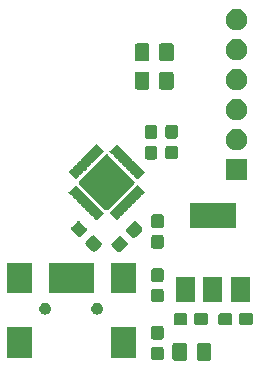
<source format=gbr>
G04 #@! TF.GenerationSoftware,KiCad,Pcbnew,5.1.5*
G04 #@! TF.CreationDate,2020-02-06T17:38:06+01:00*
G04 #@! TF.ProjectId,lichtenprog,6c696368-7465-46e7-9072-6f672e6b6963,rev?*
G04 #@! TF.SameCoordinates,Original*
G04 #@! TF.FileFunction,Soldermask,Top*
G04 #@! TF.FilePolarity,Negative*
%FSLAX46Y46*%
G04 Gerber Fmt 4.6, Leading zero omitted, Abs format (unit mm)*
G04 Created by KiCad (PCBNEW 5.1.5) date 2020-02-06 17:38:06*
%MOMM*%
%LPD*%
G04 APERTURE LIST*
%ADD10C,0.100000*%
G04 APERTURE END LIST*
D10*
G36*
X86713674Y-77003465D02*
G01*
X86751367Y-77014899D01*
X86786103Y-77033466D01*
X86816548Y-77058452D01*
X86841534Y-77088897D01*
X86860101Y-77123633D01*
X86871535Y-77161326D01*
X86876000Y-77206661D01*
X86876000Y-78293339D01*
X86871535Y-78338674D01*
X86860101Y-78376367D01*
X86841534Y-78411103D01*
X86816548Y-78441548D01*
X86786103Y-78466534D01*
X86751367Y-78485101D01*
X86713674Y-78496535D01*
X86668339Y-78501000D01*
X85831661Y-78501000D01*
X85786326Y-78496535D01*
X85748633Y-78485101D01*
X85713897Y-78466534D01*
X85683452Y-78441548D01*
X85658466Y-78411103D01*
X85639899Y-78376367D01*
X85628465Y-78338674D01*
X85624000Y-78293339D01*
X85624000Y-77206661D01*
X85628465Y-77161326D01*
X85639899Y-77123633D01*
X85658466Y-77088897D01*
X85683452Y-77058452D01*
X85713897Y-77033466D01*
X85748633Y-77014899D01*
X85786326Y-77003465D01*
X85831661Y-76999000D01*
X86668339Y-76999000D01*
X86713674Y-77003465D01*
G37*
G36*
X84663674Y-77003465D02*
G01*
X84701367Y-77014899D01*
X84736103Y-77033466D01*
X84766548Y-77058452D01*
X84791534Y-77088897D01*
X84810101Y-77123633D01*
X84821535Y-77161326D01*
X84826000Y-77206661D01*
X84826000Y-78293339D01*
X84821535Y-78338674D01*
X84810101Y-78376367D01*
X84791534Y-78411103D01*
X84766548Y-78441548D01*
X84736103Y-78466534D01*
X84701367Y-78485101D01*
X84663674Y-78496535D01*
X84618339Y-78501000D01*
X83781661Y-78501000D01*
X83736326Y-78496535D01*
X83698633Y-78485101D01*
X83663897Y-78466534D01*
X83633452Y-78441548D01*
X83608466Y-78411103D01*
X83589899Y-78376367D01*
X83578465Y-78338674D01*
X83574000Y-78293339D01*
X83574000Y-77206661D01*
X83578465Y-77161326D01*
X83589899Y-77123633D01*
X83608466Y-77088897D01*
X83633452Y-77058452D01*
X83663897Y-77033466D01*
X83698633Y-77014899D01*
X83736326Y-77003465D01*
X83781661Y-76999000D01*
X84618339Y-76999000D01*
X84663674Y-77003465D01*
G37*
G36*
X82664499Y-77328445D02*
G01*
X82701995Y-77339820D01*
X82736554Y-77358292D01*
X82766847Y-77383153D01*
X82791708Y-77413446D01*
X82810180Y-77448005D01*
X82821555Y-77485501D01*
X82826000Y-77530638D01*
X82826000Y-78269362D01*
X82821555Y-78314499D01*
X82810180Y-78351995D01*
X82791708Y-78386554D01*
X82766847Y-78416847D01*
X82736554Y-78441708D01*
X82701995Y-78460180D01*
X82664499Y-78471555D01*
X82619362Y-78476000D01*
X81980638Y-78476000D01*
X81935501Y-78471555D01*
X81898005Y-78460180D01*
X81863446Y-78441708D01*
X81833153Y-78416847D01*
X81808292Y-78386554D01*
X81789820Y-78351995D01*
X81778445Y-78314499D01*
X81774000Y-78269362D01*
X81774000Y-77530638D01*
X81778445Y-77485501D01*
X81789820Y-77448005D01*
X81808292Y-77413446D01*
X81833153Y-77383153D01*
X81863446Y-77358292D01*
X81898005Y-77339820D01*
X81935501Y-77328445D01*
X81980638Y-77324000D01*
X82619362Y-77324000D01*
X82664499Y-77328445D01*
G37*
G36*
X80451000Y-78301000D02*
G01*
X78349000Y-78301000D01*
X78349000Y-75699000D01*
X80451000Y-75699000D01*
X80451000Y-78301000D01*
G37*
G36*
X71651000Y-78301000D02*
G01*
X69549000Y-78301000D01*
X69549000Y-75699000D01*
X71651000Y-75699000D01*
X71651000Y-78301000D01*
G37*
G36*
X82664499Y-75578445D02*
G01*
X82701995Y-75589820D01*
X82736554Y-75608292D01*
X82766847Y-75633153D01*
X82791708Y-75663446D01*
X82810180Y-75698005D01*
X82821555Y-75735501D01*
X82826000Y-75780638D01*
X82826000Y-76519362D01*
X82821555Y-76564499D01*
X82810180Y-76601995D01*
X82791708Y-76636554D01*
X82766847Y-76666847D01*
X82736554Y-76691708D01*
X82701995Y-76710180D01*
X82664499Y-76721555D01*
X82619362Y-76726000D01*
X81980638Y-76726000D01*
X81935501Y-76721555D01*
X81898005Y-76710180D01*
X81863446Y-76691708D01*
X81833153Y-76666847D01*
X81808292Y-76636554D01*
X81789820Y-76601995D01*
X81778445Y-76564499D01*
X81774000Y-76519362D01*
X81774000Y-75780638D01*
X81778445Y-75735501D01*
X81789820Y-75698005D01*
X81808292Y-75663446D01*
X81833153Y-75633153D01*
X81863446Y-75608292D01*
X81898005Y-75589820D01*
X81935501Y-75578445D01*
X81980638Y-75574000D01*
X82619362Y-75574000D01*
X82664499Y-75578445D01*
G37*
G36*
X90214499Y-74478445D02*
G01*
X90251995Y-74489820D01*
X90286554Y-74508292D01*
X90316847Y-74533153D01*
X90341708Y-74563446D01*
X90360180Y-74598005D01*
X90371555Y-74635501D01*
X90376000Y-74680638D01*
X90376000Y-75319362D01*
X90371555Y-75364499D01*
X90360180Y-75401995D01*
X90341708Y-75436554D01*
X90316847Y-75466847D01*
X90286554Y-75491708D01*
X90251995Y-75510180D01*
X90214499Y-75521555D01*
X90169362Y-75526000D01*
X89430638Y-75526000D01*
X89385501Y-75521555D01*
X89348005Y-75510180D01*
X89313446Y-75491708D01*
X89283153Y-75466847D01*
X89258292Y-75436554D01*
X89239820Y-75401995D01*
X89228445Y-75364499D01*
X89224000Y-75319362D01*
X89224000Y-74680638D01*
X89228445Y-74635501D01*
X89239820Y-74598005D01*
X89258292Y-74563446D01*
X89283153Y-74533153D01*
X89313446Y-74508292D01*
X89348005Y-74489820D01*
X89385501Y-74478445D01*
X89430638Y-74474000D01*
X90169362Y-74474000D01*
X90214499Y-74478445D01*
G37*
G36*
X88464499Y-74478445D02*
G01*
X88501995Y-74489820D01*
X88536554Y-74508292D01*
X88566847Y-74533153D01*
X88591708Y-74563446D01*
X88610180Y-74598005D01*
X88621555Y-74635501D01*
X88626000Y-74680638D01*
X88626000Y-75319362D01*
X88621555Y-75364499D01*
X88610180Y-75401995D01*
X88591708Y-75436554D01*
X88566847Y-75466847D01*
X88536554Y-75491708D01*
X88501995Y-75510180D01*
X88464499Y-75521555D01*
X88419362Y-75526000D01*
X87680638Y-75526000D01*
X87635501Y-75521555D01*
X87598005Y-75510180D01*
X87563446Y-75491708D01*
X87533153Y-75466847D01*
X87508292Y-75436554D01*
X87489820Y-75401995D01*
X87478445Y-75364499D01*
X87474000Y-75319362D01*
X87474000Y-74680638D01*
X87478445Y-74635501D01*
X87489820Y-74598005D01*
X87508292Y-74563446D01*
X87533153Y-74533153D01*
X87563446Y-74508292D01*
X87598005Y-74489820D01*
X87635501Y-74478445D01*
X87680638Y-74474000D01*
X88419362Y-74474000D01*
X88464499Y-74478445D01*
G37*
G36*
X86414499Y-74478445D02*
G01*
X86451995Y-74489820D01*
X86486554Y-74508292D01*
X86516847Y-74533153D01*
X86541708Y-74563446D01*
X86560180Y-74598005D01*
X86571555Y-74635501D01*
X86576000Y-74680638D01*
X86576000Y-75319362D01*
X86571555Y-75364499D01*
X86560180Y-75401995D01*
X86541708Y-75436554D01*
X86516847Y-75466847D01*
X86486554Y-75491708D01*
X86451995Y-75510180D01*
X86414499Y-75521555D01*
X86369362Y-75526000D01*
X85630638Y-75526000D01*
X85585501Y-75521555D01*
X85548005Y-75510180D01*
X85513446Y-75491708D01*
X85483153Y-75466847D01*
X85458292Y-75436554D01*
X85439820Y-75401995D01*
X85428445Y-75364499D01*
X85424000Y-75319362D01*
X85424000Y-74680638D01*
X85428445Y-74635501D01*
X85439820Y-74598005D01*
X85458292Y-74563446D01*
X85483153Y-74533153D01*
X85513446Y-74508292D01*
X85548005Y-74489820D01*
X85585501Y-74478445D01*
X85630638Y-74474000D01*
X86369362Y-74474000D01*
X86414499Y-74478445D01*
G37*
G36*
X84664499Y-74478445D02*
G01*
X84701995Y-74489820D01*
X84736554Y-74508292D01*
X84766847Y-74533153D01*
X84791708Y-74563446D01*
X84810180Y-74598005D01*
X84821555Y-74635501D01*
X84826000Y-74680638D01*
X84826000Y-75319362D01*
X84821555Y-75364499D01*
X84810180Y-75401995D01*
X84791708Y-75436554D01*
X84766847Y-75466847D01*
X84736554Y-75491708D01*
X84701995Y-75510180D01*
X84664499Y-75521555D01*
X84619362Y-75526000D01*
X83880638Y-75526000D01*
X83835501Y-75521555D01*
X83798005Y-75510180D01*
X83763446Y-75491708D01*
X83733153Y-75466847D01*
X83708292Y-75436554D01*
X83689820Y-75401995D01*
X83678445Y-75364499D01*
X83674000Y-75319362D01*
X83674000Y-74680638D01*
X83678445Y-74635501D01*
X83689820Y-74598005D01*
X83708292Y-74563446D01*
X83733153Y-74533153D01*
X83763446Y-74508292D01*
X83798005Y-74489820D01*
X83835501Y-74478445D01*
X83880638Y-74474000D01*
X84619362Y-74474000D01*
X84664499Y-74478445D01*
G37*
G36*
X77297740Y-73608627D02*
G01*
X77346136Y-73618253D01*
X77383902Y-73633896D01*
X77437311Y-73656019D01*
X77437312Y-73656020D01*
X77519369Y-73710848D01*
X77589152Y-73780631D01*
X77589153Y-73780633D01*
X77643981Y-73862689D01*
X77681747Y-73953865D01*
X77701000Y-74050655D01*
X77701000Y-74149345D01*
X77681747Y-74246135D01*
X77643981Y-74337311D01*
X77643980Y-74337312D01*
X77589152Y-74419369D01*
X77519369Y-74489152D01*
X77478062Y-74516752D01*
X77437311Y-74543981D01*
X77390318Y-74563446D01*
X77346136Y-74581747D01*
X77300196Y-74590885D01*
X77249345Y-74601000D01*
X77150655Y-74601000D01*
X77099804Y-74590885D01*
X77053864Y-74581747D01*
X77009682Y-74563446D01*
X76962689Y-74543981D01*
X76921938Y-74516752D01*
X76880631Y-74489152D01*
X76810848Y-74419369D01*
X76756020Y-74337312D01*
X76756019Y-74337311D01*
X76718253Y-74246135D01*
X76699000Y-74149345D01*
X76699000Y-74050655D01*
X76718253Y-73953865D01*
X76756019Y-73862689D01*
X76810847Y-73780633D01*
X76810848Y-73780631D01*
X76880631Y-73710848D01*
X76962688Y-73656020D01*
X76962689Y-73656019D01*
X77016098Y-73633896D01*
X77053864Y-73618253D01*
X77102260Y-73608627D01*
X77150655Y-73599000D01*
X77249345Y-73599000D01*
X77297740Y-73608627D01*
G37*
G36*
X72897740Y-73608627D02*
G01*
X72946136Y-73618253D01*
X72983902Y-73633896D01*
X73037311Y-73656019D01*
X73037312Y-73656020D01*
X73119369Y-73710848D01*
X73189152Y-73780631D01*
X73189153Y-73780633D01*
X73243981Y-73862689D01*
X73281747Y-73953865D01*
X73301000Y-74050655D01*
X73301000Y-74149345D01*
X73281747Y-74246135D01*
X73243981Y-74337311D01*
X73243980Y-74337312D01*
X73189152Y-74419369D01*
X73119369Y-74489152D01*
X73078062Y-74516752D01*
X73037311Y-74543981D01*
X72990318Y-74563446D01*
X72946136Y-74581747D01*
X72900196Y-74590885D01*
X72849345Y-74601000D01*
X72750655Y-74601000D01*
X72699804Y-74590885D01*
X72653864Y-74581747D01*
X72609682Y-74563446D01*
X72562689Y-74543981D01*
X72521938Y-74516752D01*
X72480631Y-74489152D01*
X72410848Y-74419369D01*
X72356020Y-74337312D01*
X72356019Y-74337311D01*
X72318253Y-74246135D01*
X72299000Y-74149345D01*
X72299000Y-74050655D01*
X72318253Y-73953865D01*
X72356019Y-73862689D01*
X72410847Y-73780633D01*
X72410848Y-73780631D01*
X72480631Y-73710848D01*
X72562688Y-73656020D01*
X72562689Y-73656019D01*
X72616098Y-73633896D01*
X72653864Y-73618253D01*
X72702260Y-73608627D01*
X72750655Y-73599000D01*
X72849345Y-73599000D01*
X72897740Y-73608627D01*
G37*
G36*
X82664499Y-72428445D02*
G01*
X82701995Y-72439820D01*
X82736554Y-72458292D01*
X82766847Y-72483153D01*
X82791708Y-72513446D01*
X82810180Y-72548005D01*
X82821555Y-72585501D01*
X82826000Y-72630638D01*
X82826000Y-73369362D01*
X82821555Y-73414499D01*
X82810180Y-73451995D01*
X82791708Y-73486554D01*
X82766847Y-73516847D01*
X82736554Y-73541708D01*
X82701995Y-73560180D01*
X82664499Y-73571555D01*
X82619362Y-73576000D01*
X81980638Y-73576000D01*
X81935501Y-73571555D01*
X81898005Y-73560180D01*
X81863446Y-73541708D01*
X81833153Y-73516847D01*
X81808292Y-73486554D01*
X81789820Y-73451995D01*
X81778445Y-73414499D01*
X81774000Y-73369362D01*
X81774000Y-72630638D01*
X81778445Y-72585501D01*
X81789820Y-72548005D01*
X81808292Y-72513446D01*
X81833153Y-72483153D01*
X81863446Y-72458292D01*
X81898005Y-72439820D01*
X81935501Y-72428445D01*
X81980638Y-72424000D01*
X82619362Y-72424000D01*
X82664499Y-72428445D01*
G37*
G36*
X85501000Y-73551000D02*
G01*
X83899000Y-73551000D01*
X83899000Y-71449000D01*
X85501000Y-71449000D01*
X85501000Y-73551000D01*
G37*
G36*
X87801000Y-73551000D02*
G01*
X86199000Y-73551000D01*
X86199000Y-71449000D01*
X87801000Y-71449000D01*
X87801000Y-73551000D01*
G37*
G36*
X90101000Y-73551000D02*
G01*
X88499000Y-73551000D01*
X88499000Y-71449000D01*
X90101000Y-71449000D01*
X90101000Y-73551000D01*
G37*
G36*
X76901000Y-72801000D02*
G01*
X73099000Y-72801000D01*
X73099000Y-70199000D01*
X76901000Y-70199000D01*
X76901000Y-72801000D01*
G37*
G36*
X80451000Y-72801000D02*
G01*
X78349000Y-72801000D01*
X78349000Y-70199000D01*
X80451000Y-70199000D01*
X80451000Y-72801000D01*
G37*
G36*
X71651000Y-72801000D02*
G01*
X69549000Y-72801000D01*
X69549000Y-70199000D01*
X71651000Y-70199000D01*
X71651000Y-72801000D01*
G37*
G36*
X82664499Y-70678445D02*
G01*
X82701995Y-70689820D01*
X82736554Y-70708292D01*
X82766847Y-70733153D01*
X82791708Y-70763446D01*
X82810180Y-70798005D01*
X82821555Y-70835501D01*
X82826000Y-70880638D01*
X82826000Y-71619362D01*
X82821555Y-71664499D01*
X82810180Y-71701995D01*
X82791708Y-71736554D01*
X82766847Y-71766847D01*
X82736554Y-71791708D01*
X82701995Y-71810180D01*
X82664499Y-71821555D01*
X82619362Y-71826000D01*
X81980638Y-71826000D01*
X81935501Y-71821555D01*
X81898005Y-71810180D01*
X81863446Y-71791708D01*
X81833153Y-71766847D01*
X81808292Y-71736554D01*
X81789820Y-71701995D01*
X81778445Y-71664499D01*
X81774000Y-71619362D01*
X81774000Y-70880638D01*
X81778445Y-70835501D01*
X81789820Y-70798005D01*
X81808292Y-70763446D01*
X81833153Y-70733153D01*
X81863446Y-70708292D01*
X81898005Y-70689820D01*
X81935501Y-70678445D01*
X81980638Y-70674000D01*
X82619362Y-70674000D01*
X82664499Y-70678445D01*
G37*
G36*
X79174354Y-67945699D02*
G01*
X79211850Y-67957074D01*
X79246409Y-67975546D01*
X79281473Y-68004322D01*
X79733114Y-68455963D01*
X79761890Y-68491027D01*
X79780362Y-68525586D01*
X79791737Y-68563082D01*
X79795577Y-68602081D01*
X79791737Y-68641080D01*
X79780362Y-68678576D01*
X79761890Y-68713135D01*
X79733114Y-68748199D01*
X79210763Y-69270550D01*
X79175699Y-69299326D01*
X79141140Y-69317798D01*
X79103644Y-69329173D01*
X79064645Y-69333013D01*
X79025646Y-69329173D01*
X78988150Y-69317798D01*
X78953591Y-69299326D01*
X78918527Y-69270550D01*
X78466886Y-68818909D01*
X78438110Y-68783845D01*
X78419638Y-68749286D01*
X78408263Y-68711790D01*
X78404423Y-68672791D01*
X78408263Y-68633792D01*
X78419638Y-68596296D01*
X78438110Y-68561737D01*
X78466886Y-68526673D01*
X78989237Y-68004322D01*
X79024301Y-67975546D01*
X79058860Y-67957074D01*
X79096356Y-67945699D01*
X79135355Y-67941859D01*
X79174354Y-67945699D01*
G37*
G36*
X76903644Y-67908263D02*
G01*
X76941140Y-67919638D01*
X76975699Y-67938110D01*
X77010763Y-67966886D01*
X77533114Y-68489237D01*
X77561890Y-68524301D01*
X77580362Y-68558860D01*
X77591737Y-68596356D01*
X77595577Y-68635355D01*
X77591737Y-68674354D01*
X77580362Y-68711850D01*
X77561890Y-68746409D01*
X77533114Y-68781473D01*
X77081473Y-69233114D01*
X77046409Y-69261890D01*
X77011850Y-69280362D01*
X76974354Y-69291737D01*
X76935355Y-69295577D01*
X76896356Y-69291737D01*
X76858860Y-69280362D01*
X76824301Y-69261890D01*
X76789237Y-69233114D01*
X76266886Y-68710763D01*
X76238110Y-68675699D01*
X76219638Y-68641140D01*
X76208263Y-68603644D01*
X76204423Y-68564645D01*
X76208263Y-68525646D01*
X76219638Y-68488150D01*
X76238110Y-68453591D01*
X76266886Y-68418527D01*
X76718527Y-67966886D01*
X76753591Y-67938110D01*
X76788150Y-67919638D01*
X76825646Y-67908263D01*
X76864645Y-67904423D01*
X76903644Y-67908263D01*
G37*
G36*
X82664499Y-67878444D02*
G01*
X82701995Y-67889819D01*
X82736554Y-67908291D01*
X82766847Y-67933152D01*
X82791708Y-67963445D01*
X82810180Y-67998004D01*
X82821555Y-68035500D01*
X82826000Y-68080637D01*
X82826000Y-68819361D01*
X82821555Y-68864498D01*
X82810180Y-68901994D01*
X82791708Y-68936553D01*
X82766847Y-68966846D01*
X82736554Y-68991707D01*
X82701995Y-69010179D01*
X82664499Y-69021554D01*
X82619362Y-69025999D01*
X81980638Y-69025999D01*
X81935501Y-69021554D01*
X81898005Y-69010179D01*
X81863446Y-68991707D01*
X81833153Y-68966846D01*
X81808292Y-68936553D01*
X81789820Y-68901994D01*
X81778445Y-68864498D01*
X81774000Y-68819361D01*
X81774000Y-68080637D01*
X81778445Y-68035500D01*
X81789820Y-67998004D01*
X81808292Y-67963445D01*
X81833153Y-67933152D01*
X81863446Y-67908291D01*
X81898005Y-67889819D01*
X81935501Y-67878444D01*
X81980638Y-67873999D01*
X82619362Y-67873999D01*
X82664499Y-67878444D01*
G37*
G36*
X80411790Y-66708263D02*
G01*
X80449286Y-66719638D01*
X80483845Y-66738110D01*
X80518909Y-66766886D01*
X80970550Y-67218527D01*
X80999326Y-67253591D01*
X81017798Y-67288150D01*
X81029173Y-67325646D01*
X81033013Y-67364645D01*
X81029173Y-67403644D01*
X81017798Y-67441140D01*
X80999326Y-67475699D01*
X80970550Y-67510763D01*
X80448199Y-68033114D01*
X80413135Y-68061890D01*
X80378576Y-68080362D01*
X80341080Y-68091737D01*
X80302081Y-68095577D01*
X80263082Y-68091737D01*
X80225586Y-68080362D01*
X80191027Y-68061890D01*
X80155963Y-68033114D01*
X79704322Y-67581473D01*
X79675546Y-67546409D01*
X79657074Y-67511850D01*
X79645699Y-67474354D01*
X79641859Y-67435355D01*
X79645699Y-67396356D01*
X79657074Y-67358860D01*
X79675546Y-67324301D01*
X79704322Y-67289237D01*
X80226673Y-66766886D01*
X80261737Y-66738110D01*
X80296296Y-66719638D01*
X80333792Y-66708263D01*
X80372791Y-66704423D01*
X80411790Y-66708263D01*
G37*
G36*
X75666208Y-66670827D02*
G01*
X75703704Y-66682202D01*
X75738263Y-66700674D01*
X75773327Y-66729450D01*
X76295678Y-67251801D01*
X76324454Y-67286865D01*
X76342926Y-67321424D01*
X76354301Y-67358920D01*
X76358141Y-67397919D01*
X76354301Y-67436918D01*
X76342926Y-67474414D01*
X76324454Y-67508973D01*
X76295678Y-67544037D01*
X75844037Y-67995678D01*
X75808973Y-68024454D01*
X75774414Y-68042926D01*
X75736918Y-68054301D01*
X75697919Y-68058141D01*
X75658920Y-68054301D01*
X75621424Y-68042926D01*
X75586865Y-68024454D01*
X75551801Y-67995678D01*
X75029450Y-67473327D01*
X75000674Y-67438263D01*
X74982202Y-67403704D01*
X74970827Y-67366208D01*
X74966987Y-67327209D01*
X74970827Y-67288210D01*
X74982202Y-67250714D01*
X75000674Y-67216155D01*
X75029450Y-67181091D01*
X75481091Y-66729450D01*
X75516155Y-66700674D01*
X75550714Y-66682202D01*
X75588210Y-66670827D01*
X75627209Y-66666987D01*
X75666208Y-66670827D01*
G37*
G36*
X82664499Y-66128444D02*
G01*
X82701995Y-66139819D01*
X82736554Y-66158291D01*
X82766847Y-66183152D01*
X82791708Y-66213445D01*
X82810180Y-66248004D01*
X82821555Y-66285500D01*
X82826000Y-66330637D01*
X82826000Y-67069361D01*
X82821555Y-67114498D01*
X82810180Y-67151994D01*
X82791708Y-67186553D01*
X82766847Y-67216846D01*
X82736554Y-67241707D01*
X82701995Y-67260179D01*
X82664499Y-67271554D01*
X82619362Y-67275999D01*
X81980638Y-67275999D01*
X81935501Y-67271554D01*
X81898005Y-67260179D01*
X81863446Y-67241707D01*
X81833153Y-67216846D01*
X81808292Y-67186553D01*
X81789820Y-67151994D01*
X81778445Y-67114498D01*
X81774000Y-67069361D01*
X81774000Y-66330637D01*
X81778445Y-66285500D01*
X81789820Y-66248004D01*
X81808292Y-66213445D01*
X81833153Y-66183152D01*
X81863446Y-66158291D01*
X81898005Y-66139819D01*
X81935501Y-66128444D01*
X81980638Y-66123999D01*
X82619362Y-66123999D01*
X82664499Y-66128444D01*
G37*
G36*
X88951000Y-67251000D02*
G01*
X85049000Y-67251000D01*
X85049000Y-65149000D01*
X88951000Y-65149000D01*
X88951000Y-67251000D01*
G37*
G36*
X80603473Y-63640040D02*
G01*
X80608147Y-63641458D01*
X80612449Y-63643757D01*
X80620988Y-63650765D01*
X81214058Y-64243835D01*
X81221066Y-64252374D01*
X81223365Y-64256676D01*
X81224783Y-64261350D01*
X81225261Y-64266205D01*
X81224783Y-64271060D01*
X81223365Y-64275734D01*
X81221066Y-64280036D01*
X81214058Y-64288575D01*
X81009896Y-64492737D01*
X81001357Y-64499745D01*
X80997055Y-64502044D01*
X80992381Y-64503462D01*
X80984179Y-64504270D01*
X80960145Y-64509051D01*
X80937507Y-64518429D01*
X80917133Y-64532044D01*
X80899806Y-64549371D01*
X80886193Y-64569746D01*
X80876816Y-64592385D01*
X80872037Y-64616412D01*
X80871229Y-64624614D01*
X80869811Y-64629288D01*
X80867512Y-64633590D01*
X80860504Y-64642129D01*
X80656342Y-64846291D01*
X80647803Y-64853299D01*
X80643501Y-64855598D01*
X80638827Y-64857016D01*
X80630625Y-64857824D01*
X80606592Y-64862606D01*
X80583953Y-64871984D01*
X80563579Y-64885598D01*
X80546253Y-64902926D01*
X80532640Y-64923300D01*
X80523263Y-64945939D01*
X80518484Y-64969965D01*
X80517676Y-64978167D01*
X80516258Y-64982841D01*
X80513959Y-64987143D01*
X80506951Y-64995682D01*
X80302789Y-65199844D01*
X80294250Y-65206852D01*
X80289948Y-65209151D01*
X80285274Y-65210569D01*
X80277072Y-65211377D01*
X80253039Y-65216159D01*
X80230400Y-65225537D01*
X80210026Y-65239151D01*
X80192700Y-65256479D01*
X80179087Y-65276853D01*
X80169710Y-65299492D01*
X80164931Y-65323519D01*
X80164123Y-65331721D01*
X80162705Y-65336395D01*
X80160406Y-65340697D01*
X80153398Y-65349236D01*
X79949236Y-65553398D01*
X79940697Y-65560406D01*
X79936395Y-65562705D01*
X79931721Y-65564123D01*
X79923519Y-65564931D01*
X79899485Y-65569712D01*
X79876847Y-65579090D01*
X79856473Y-65592705D01*
X79839146Y-65610032D01*
X79825533Y-65630407D01*
X79816156Y-65653046D01*
X79811377Y-65677072D01*
X79810569Y-65685274D01*
X79809151Y-65689948D01*
X79806852Y-65694250D01*
X79799844Y-65702789D01*
X79595682Y-65906951D01*
X79587143Y-65913959D01*
X79582841Y-65916258D01*
X79578167Y-65917676D01*
X79569965Y-65918484D01*
X79545932Y-65923266D01*
X79523293Y-65932644D01*
X79502919Y-65946258D01*
X79485593Y-65963586D01*
X79471980Y-65983960D01*
X79462603Y-66006599D01*
X79457824Y-66030625D01*
X79457016Y-66038827D01*
X79455598Y-66043501D01*
X79453299Y-66047803D01*
X79446291Y-66056342D01*
X79242129Y-66260504D01*
X79233590Y-66267512D01*
X79229288Y-66269811D01*
X79224614Y-66271229D01*
X79216412Y-66272037D01*
X79192378Y-66276818D01*
X79169740Y-66286196D01*
X79149366Y-66299811D01*
X79132039Y-66317138D01*
X79118426Y-66337513D01*
X79109049Y-66360152D01*
X79104270Y-66384179D01*
X79103462Y-66392381D01*
X79102044Y-66397055D01*
X79099745Y-66401357D01*
X79092737Y-66409896D01*
X78888575Y-66614058D01*
X78880036Y-66621066D01*
X78875734Y-66623365D01*
X78871060Y-66624783D01*
X78866205Y-66625261D01*
X78861350Y-66624783D01*
X78856676Y-66623365D01*
X78852374Y-66621066D01*
X78843835Y-66614058D01*
X78250765Y-66020988D01*
X78243757Y-66012449D01*
X78241458Y-66008147D01*
X78240040Y-66003473D01*
X78239562Y-65998618D01*
X78240040Y-65993763D01*
X78241458Y-65989089D01*
X78243757Y-65984787D01*
X78250765Y-65976248D01*
X78454927Y-65772086D01*
X78463466Y-65765078D01*
X78467768Y-65762779D01*
X78472442Y-65761361D01*
X78480644Y-65760553D01*
X78504678Y-65755772D01*
X78527316Y-65746394D01*
X78547690Y-65732779D01*
X78565017Y-65715452D01*
X78578630Y-65695077D01*
X78588007Y-65672438D01*
X78592786Y-65648411D01*
X78593594Y-65640209D01*
X78595012Y-65635535D01*
X78597311Y-65631233D01*
X78604319Y-65622694D01*
X78808481Y-65418532D01*
X78817020Y-65411524D01*
X78821322Y-65409225D01*
X78825996Y-65407807D01*
X78834198Y-65406999D01*
X78858231Y-65402217D01*
X78880870Y-65392839D01*
X78901244Y-65379225D01*
X78918570Y-65361897D01*
X78932183Y-65341523D01*
X78941560Y-65318884D01*
X78946339Y-65294858D01*
X78947147Y-65286656D01*
X78948565Y-65281982D01*
X78950864Y-65277680D01*
X78957872Y-65269141D01*
X79162034Y-65064979D01*
X79170573Y-65057971D01*
X79174875Y-65055672D01*
X79179549Y-65054254D01*
X79187751Y-65053446D01*
X79211785Y-65048665D01*
X79234423Y-65039287D01*
X79254797Y-65025672D01*
X79272124Y-65008345D01*
X79285737Y-64987970D01*
X79295114Y-64965331D01*
X79299893Y-64941305D01*
X79300701Y-64933103D01*
X79302119Y-64928429D01*
X79304418Y-64924127D01*
X79311426Y-64915588D01*
X79515588Y-64711426D01*
X79524127Y-64704418D01*
X79528429Y-64702119D01*
X79533103Y-64700701D01*
X79541305Y-64699893D01*
X79565338Y-64695111D01*
X79587977Y-64685733D01*
X79608351Y-64672119D01*
X79625677Y-64654791D01*
X79639290Y-64634417D01*
X79648667Y-64611778D01*
X79653446Y-64587751D01*
X79654254Y-64579549D01*
X79655672Y-64574875D01*
X79657971Y-64570573D01*
X79664979Y-64562034D01*
X79869141Y-64357872D01*
X79877680Y-64350864D01*
X79881982Y-64348565D01*
X79886656Y-64347147D01*
X79894858Y-64346339D01*
X79918891Y-64341557D01*
X79941530Y-64332179D01*
X79961904Y-64318565D01*
X79979230Y-64301237D01*
X79992843Y-64280863D01*
X80002220Y-64258224D01*
X80006999Y-64234198D01*
X80007807Y-64225996D01*
X80009225Y-64221322D01*
X80011524Y-64217020D01*
X80018532Y-64208481D01*
X80222694Y-64004319D01*
X80231233Y-63997311D01*
X80235535Y-63995012D01*
X80240209Y-63993594D01*
X80248411Y-63992786D01*
X80272445Y-63988005D01*
X80295083Y-63978627D01*
X80315457Y-63965012D01*
X80332784Y-63947685D01*
X80346397Y-63927310D01*
X80355774Y-63904671D01*
X80360553Y-63880644D01*
X80361361Y-63872442D01*
X80362779Y-63867768D01*
X80365078Y-63863466D01*
X80372086Y-63854927D01*
X80576248Y-63650765D01*
X80584787Y-63643757D01*
X80589089Y-63641458D01*
X80593763Y-63640040D01*
X80598618Y-63639562D01*
X80603473Y-63640040D01*
G37*
G36*
X75406237Y-63640040D02*
G01*
X75410911Y-63641458D01*
X75415213Y-63643757D01*
X75423752Y-63650765D01*
X75627914Y-63854927D01*
X75634922Y-63863466D01*
X75637221Y-63867768D01*
X75638639Y-63872442D01*
X75639447Y-63880644D01*
X75644228Y-63904678D01*
X75653606Y-63927316D01*
X75667221Y-63947690D01*
X75684548Y-63965017D01*
X75704923Y-63978630D01*
X75727562Y-63988007D01*
X75751589Y-63992786D01*
X75759791Y-63993594D01*
X75764465Y-63995012D01*
X75768767Y-63997311D01*
X75777306Y-64004319D01*
X75981468Y-64208481D01*
X75988476Y-64217020D01*
X75990775Y-64221322D01*
X75992193Y-64225996D01*
X75993001Y-64234198D01*
X75997783Y-64258231D01*
X76007161Y-64280870D01*
X76020775Y-64301244D01*
X76038103Y-64318570D01*
X76058477Y-64332183D01*
X76081116Y-64341560D01*
X76105142Y-64346339D01*
X76113344Y-64347147D01*
X76118018Y-64348565D01*
X76122320Y-64350864D01*
X76130859Y-64357872D01*
X76335021Y-64562034D01*
X76342029Y-64570573D01*
X76344328Y-64574875D01*
X76345746Y-64579549D01*
X76346554Y-64587751D01*
X76351335Y-64611785D01*
X76360713Y-64634423D01*
X76374328Y-64654797D01*
X76391655Y-64672124D01*
X76412030Y-64685737D01*
X76434669Y-64695114D01*
X76458695Y-64699893D01*
X76466897Y-64700701D01*
X76471571Y-64702119D01*
X76475873Y-64704418D01*
X76484412Y-64711426D01*
X76688574Y-64915588D01*
X76695582Y-64924127D01*
X76697881Y-64928429D01*
X76699299Y-64933103D01*
X76700107Y-64941305D01*
X76704889Y-64965338D01*
X76714267Y-64987977D01*
X76727881Y-65008351D01*
X76745209Y-65025677D01*
X76765583Y-65039290D01*
X76788222Y-65048667D01*
X76812249Y-65053446D01*
X76820451Y-65054254D01*
X76825125Y-65055672D01*
X76829427Y-65057971D01*
X76837966Y-65064979D01*
X77042128Y-65269141D01*
X77049136Y-65277680D01*
X77051435Y-65281982D01*
X77052853Y-65286656D01*
X77053661Y-65294858D01*
X77058443Y-65318891D01*
X77067821Y-65341530D01*
X77081435Y-65361904D01*
X77098763Y-65379230D01*
X77119137Y-65392843D01*
X77141776Y-65402220D01*
X77165802Y-65406999D01*
X77174004Y-65407807D01*
X77178678Y-65409225D01*
X77182980Y-65411524D01*
X77191519Y-65418532D01*
X77395681Y-65622694D01*
X77402689Y-65631233D01*
X77404988Y-65635535D01*
X77406406Y-65640209D01*
X77407214Y-65648411D01*
X77411995Y-65672445D01*
X77421373Y-65695083D01*
X77434988Y-65715457D01*
X77452315Y-65732784D01*
X77472690Y-65746397D01*
X77495329Y-65755774D01*
X77519356Y-65760553D01*
X77527558Y-65761361D01*
X77532232Y-65762779D01*
X77536534Y-65765078D01*
X77545073Y-65772086D01*
X77749235Y-65976248D01*
X77756243Y-65984787D01*
X77758542Y-65989089D01*
X77759960Y-65993763D01*
X77760438Y-65998618D01*
X77759960Y-66003473D01*
X77758542Y-66008147D01*
X77756243Y-66012449D01*
X77749235Y-66020988D01*
X77156165Y-66614058D01*
X77147626Y-66621066D01*
X77143324Y-66623365D01*
X77138650Y-66624783D01*
X77133795Y-66625261D01*
X77128940Y-66624783D01*
X77124266Y-66623365D01*
X77119964Y-66621066D01*
X77111425Y-66614058D01*
X76907263Y-66409896D01*
X76900255Y-66401357D01*
X76897956Y-66397055D01*
X76896538Y-66392381D01*
X76895730Y-66384179D01*
X76890949Y-66360145D01*
X76881571Y-66337507D01*
X76867956Y-66317133D01*
X76850629Y-66299806D01*
X76830254Y-66286193D01*
X76807615Y-66276816D01*
X76783588Y-66272037D01*
X76775386Y-66271229D01*
X76770712Y-66269811D01*
X76766410Y-66267512D01*
X76757871Y-66260504D01*
X76553709Y-66056342D01*
X76546701Y-66047803D01*
X76544402Y-66043501D01*
X76542984Y-66038827D01*
X76542176Y-66030625D01*
X76537394Y-66006592D01*
X76528016Y-65983953D01*
X76514402Y-65963579D01*
X76497074Y-65946253D01*
X76476700Y-65932640D01*
X76454061Y-65923263D01*
X76430035Y-65918484D01*
X76421833Y-65917676D01*
X76417159Y-65916258D01*
X76412857Y-65913959D01*
X76404318Y-65906951D01*
X76200156Y-65702789D01*
X76193148Y-65694250D01*
X76190849Y-65689948D01*
X76189431Y-65685274D01*
X76188623Y-65677072D01*
X76183841Y-65653039D01*
X76174463Y-65630400D01*
X76160849Y-65610026D01*
X76143521Y-65592700D01*
X76123147Y-65579087D01*
X76100508Y-65569710D01*
X76076481Y-65564931D01*
X76068279Y-65564123D01*
X76063605Y-65562705D01*
X76059303Y-65560406D01*
X76050764Y-65553398D01*
X75846602Y-65349236D01*
X75839594Y-65340697D01*
X75837295Y-65336395D01*
X75835877Y-65331721D01*
X75835069Y-65323519D01*
X75830288Y-65299485D01*
X75820910Y-65276847D01*
X75807295Y-65256473D01*
X75789968Y-65239146D01*
X75769593Y-65225533D01*
X75746954Y-65216156D01*
X75722928Y-65211377D01*
X75714726Y-65210569D01*
X75710052Y-65209151D01*
X75705750Y-65206852D01*
X75697211Y-65199844D01*
X75493049Y-64995682D01*
X75486041Y-64987143D01*
X75483742Y-64982841D01*
X75482324Y-64978167D01*
X75481516Y-64969965D01*
X75476734Y-64945932D01*
X75467356Y-64923293D01*
X75453742Y-64902919D01*
X75436414Y-64885593D01*
X75416040Y-64871980D01*
X75393401Y-64862603D01*
X75369375Y-64857824D01*
X75361173Y-64857016D01*
X75356499Y-64855598D01*
X75352197Y-64853299D01*
X75343658Y-64846291D01*
X75139496Y-64642129D01*
X75132488Y-64633590D01*
X75130189Y-64629288D01*
X75128771Y-64624614D01*
X75127963Y-64616412D01*
X75123182Y-64592378D01*
X75113804Y-64569740D01*
X75100189Y-64549366D01*
X75082862Y-64532039D01*
X75062487Y-64518426D01*
X75039848Y-64509049D01*
X75015821Y-64504270D01*
X75007619Y-64503462D01*
X75002945Y-64502044D01*
X74998643Y-64499745D01*
X74990104Y-64492737D01*
X74785942Y-64288575D01*
X74778934Y-64280036D01*
X74776635Y-64275734D01*
X74775217Y-64271060D01*
X74774739Y-64266205D01*
X74775217Y-64261350D01*
X74776635Y-64256676D01*
X74778934Y-64252374D01*
X74785942Y-64243835D01*
X75379012Y-63650765D01*
X75387551Y-63643757D01*
X75391853Y-63641458D01*
X75396527Y-63640040D01*
X75401382Y-63639562D01*
X75406237Y-63640040D01*
G37*
G36*
X78029394Y-61025224D02*
G01*
X78057657Y-61033798D01*
X78083704Y-61047721D01*
X78111303Y-61070370D01*
X80329630Y-63288697D01*
X80352279Y-63316296D01*
X80366202Y-63342343D01*
X80374776Y-63370606D01*
X80377670Y-63400000D01*
X80374776Y-63429394D01*
X80366202Y-63457657D01*
X80352279Y-63483704D01*
X80329630Y-63511303D01*
X78111303Y-65729630D01*
X78083704Y-65752279D01*
X78057657Y-65766202D01*
X78029394Y-65774776D01*
X78000000Y-65777670D01*
X77970606Y-65774776D01*
X77942343Y-65766202D01*
X77916296Y-65752279D01*
X77888697Y-65729630D01*
X75670370Y-63511303D01*
X75647721Y-63483704D01*
X75633798Y-63457657D01*
X75625224Y-63429394D01*
X75622330Y-63400000D01*
X75625224Y-63370606D01*
X75633798Y-63342343D01*
X75647721Y-63316296D01*
X75670370Y-63288697D01*
X77888697Y-61070370D01*
X77916296Y-61047721D01*
X77942343Y-61033798D01*
X77970606Y-61025224D01*
X78000000Y-61022330D01*
X78029394Y-61025224D01*
G37*
G36*
X89901000Y-63241000D02*
G01*
X88099000Y-63241000D01*
X88099000Y-61439000D01*
X89901000Y-61439000D01*
X89901000Y-63241000D01*
G37*
G36*
X78871060Y-60175217D02*
G01*
X78875734Y-60176635D01*
X78880036Y-60178934D01*
X78888575Y-60185942D01*
X79092737Y-60390104D01*
X79099745Y-60398643D01*
X79102044Y-60402945D01*
X79103462Y-60407619D01*
X79104270Y-60415821D01*
X79109051Y-60439855D01*
X79118429Y-60462493D01*
X79132044Y-60482867D01*
X79149371Y-60500194D01*
X79169746Y-60513807D01*
X79192385Y-60523184D01*
X79216412Y-60527963D01*
X79224614Y-60528771D01*
X79229288Y-60530189D01*
X79233590Y-60532488D01*
X79242129Y-60539496D01*
X79446291Y-60743658D01*
X79453299Y-60752197D01*
X79455598Y-60756499D01*
X79457016Y-60761173D01*
X79457824Y-60769375D01*
X79462606Y-60793408D01*
X79471984Y-60816047D01*
X79485598Y-60836421D01*
X79502926Y-60853747D01*
X79523300Y-60867360D01*
X79545939Y-60876737D01*
X79569965Y-60881516D01*
X79578167Y-60882324D01*
X79582841Y-60883742D01*
X79587143Y-60886041D01*
X79595682Y-60893049D01*
X79799844Y-61097211D01*
X79806852Y-61105750D01*
X79809151Y-61110052D01*
X79810569Y-61114726D01*
X79811377Y-61122928D01*
X79816159Y-61146961D01*
X79825537Y-61169600D01*
X79839151Y-61189974D01*
X79856479Y-61207300D01*
X79876853Y-61220913D01*
X79899492Y-61230290D01*
X79923519Y-61235069D01*
X79931721Y-61235877D01*
X79936395Y-61237295D01*
X79940697Y-61239594D01*
X79949236Y-61246602D01*
X80153398Y-61450764D01*
X80160406Y-61459303D01*
X80162705Y-61463605D01*
X80164123Y-61468279D01*
X80164931Y-61476481D01*
X80169712Y-61500515D01*
X80179090Y-61523153D01*
X80192705Y-61543527D01*
X80210032Y-61560854D01*
X80230407Y-61574467D01*
X80253046Y-61583844D01*
X80277072Y-61588623D01*
X80285274Y-61589431D01*
X80289948Y-61590849D01*
X80294250Y-61593148D01*
X80302789Y-61600156D01*
X80506951Y-61804318D01*
X80513959Y-61812857D01*
X80516258Y-61817159D01*
X80517676Y-61821833D01*
X80518484Y-61830035D01*
X80523266Y-61854068D01*
X80532644Y-61876707D01*
X80546258Y-61897081D01*
X80563586Y-61914407D01*
X80583960Y-61928020D01*
X80606599Y-61937397D01*
X80630625Y-61942176D01*
X80638827Y-61942984D01*
X80643501Y-61944402D01*
X80647803Y-61946701D01*
X80656342Y-61953709D01*
X80860504Y-62157871D01*
X80867512Y-62166410D01*
X80869811Y-62170712D01*
X80871229Y-62175386D01*
X80872037Y-62183588D01*
X80876818Y-62207622D01*
X80886196Y-62230260D01*
X80899811Y-62250634D01*
X80917138Y-62267961D01*
X80937513Y-62281574D01*
X80960152Y-62290951D01*
X80984179Y-62295730D01*
X80992381Y-62296538D01*
X80997055Y-62297956D01*
X81001357Y-62300255D01*
X81009896Y-62307263D01*
X81214058Y-62511425D01*
X81221066Y-62519964D01*
X81223365Y-62524266D01*
X81224783Y-62528940D01*
X81225261Y-62533795D01*
X81224783Y-62538650D01*
X81223365Y-62543324D01*
X81221066Y-62547626D01*
X81214058Y-62556165D01*
X80620988Y-63149235D01*
X80612449Y-63156243D01*
X80608147Y-63158542D01*
X80603473Y-63159960D01*
X80598618Y-63160438D01*
X80593763Y-63159960D01*
X80589089Y-63158542D01*
X80584787Y-63156243D01*
X80576248Y-63149235D01*
X80372086Y-62945073D01*
X80365078Y-62936534D01*
X80362779Y-62932232D01*
X80361361Y-62927558D01*
X80360553Y-62919356D01*
X80355772Y-62895322D01*
X80346394Y-62872684D01*
X80332779Y-62852310D01*
X80315452Y-62834983D01*
X80295077Y-62821370D01*
X80272438Y-62811993D01*
X80248411Y-62807214D01*
X80240209Y-62806406D01*
X80235535Y-62804988D01*
X80231233Y-62802689D01*
X80222694Y-62795681D01*
X80018532Y-62591519D01*
X80011524Y-62582980D01*
X80009225Y-62578678D01*
X80007807Y-62574004D01*
X80006999Y-62565802D01*
X80002217Y-62541769D01*
X79992839Y-62519130D01*
X79979225Y-62498756D01*
X79961897Y-62481430D01*
X79941523Y-62467817D01*
X79918884Y-62458440D01*
X79894858Y-62453661D01*
X79886656Y-62452853D01*
X79881982Y-62451435D01*
X79877680Y-62449136D01*
X79869141Y-62442128D01*
X79664979Y-62237966D01*
X79657971Y-62229427D01*
X79655672Y-62225125D01*
X79654254Y-62220451D01*
X79653446Y-62212249D01*
X79648665Y-62188215D01*
X79639287Y-62165577D01*
X79625672Y-62145203D01*
X79608345Y-62127876D01*
X79587970Y-62114263D01*
X79565331Y-62104886D01*
X79541305Y-62100107D01*
X79533103Y-62099299D01*
X79528429Y-62097881D01*
X79524127Y-62095582D01*
X79515588Y-62088574D01*
X79311426Y-61884412D01*
X79304418Y-61875873D01*
X79302119Y-61871571D01*
X79300701Y-61866897D01*
X79299893Y-61858695D01*
X79295111Y-61834662D01*
X79285733Y-61812023D01*
X79272119Y-61791649D01*
X79254791Y-61774323D01*
X79234417Y-61760710D01*
X79211778Y-61751333D01*
X79187751Y-61746554D01*
X79179549Y-61745746D01*
X79174875Y-61744328D01*
X79170573Y-61742029D01*
X79162034Y-61735021D01*
X78957872Y-61530859D01*
X78950864Y-61522320D01*
X78948565Y-61518018D01*
X78947147Y-61513344D01*
X78946339Y-61505142D01*
X78941557Y-61481109D01*
X78932179Y-61458470D01*
X78918565Y-61438096D01*
X78901237Y-61420770D01*
X78880863Y-61407157D01*
X78858224Y-61397780D01*
X78834198Y-61393001D01*
X78825996Y-61392193D01*
X78821322Y-61390775D01*
X78817020Y-61388476D01*
X78808481Y-61381468D01*
X78604319Y-61177306D01*
X78597311Y-61168767D01*
X78595012Y-61164465D01*
X78593594Y-61159791D01*
X78592786Y-61151589D01*
X78588005Y-61127555D01*
X78578627Y-61104917D01*
X78565012Y-61084543D01*
X78547685Y-61067216D01*
X78527310Y-61053603D01*
X78504671Y-61044226D01*
X78480644Y-61039447D01*
X78472442Y-61038639D01*
X78467768Y-61037221D01*
X78463466Y-61034922D01*
X78454927Y-61027914D01*
X78250765Y-60823752D01*
X78243757Y-60815213D01*
X78241458Y-60810911D01*
X78240040Y-60806237D01*
X78239562Y-60801382D01*
X78240040Y-60796527D01*
X78241458Y-60791853D01*
X78243757Y-60787551D01*
X78250765Y-60779012D01*
X78843835Y-60185942D01*
X78852374Y-60178934D01*
X78856676Y-60176635D01*
X78861350Y-60175217D01*
X78866205Y-60174739D01*
X78871060Y-60175217D01*
G37*
G36*
X77138650Y-60175217D02*
G01*
X77143324Y-60176635D01*
X77147626Y-60178934D01*
X77156165Y-60185942D01*
X77749235Y-60779012D01*
X77756243Y-60787551D01*
X77758542Y-60791853D01*
X77759960Y-60796527D01*
X77760438Y-60801382D01*
X77759960Y-60806237D01*
X77758542Y-60810911D01*
X77756243Y-60815213D01*
X77749235Y-60823752D01*
X77545073Y-61027914D01*
X77536534Y-61034922D01*
X77532232Y-61037221D01*
X77527558Y-61038639D01*
X77519356Y-61039447D01*
X77495322Y-61044228D01*
X77472684Y-61053606D01*
X77452310Y-61067221D01*
X77434983Y-61084548D01*
X77421370Y-61104923D01*
X77411993Y-61127562D01*
X77407214Y-61151589D01*
X77406406Y-61159791D01*
X77404988Y-61164465D01*
X77402689Y-61168767D01*
X77395681Y-61177306D01*
X77191519Y-61381468D01*
X77182980Y-61388476D01*
X77178678Y-61390775D01*
X77174004Y-61392193D01*
X77165802Y-61393001D01*
X77141769Y-61397783D01*
X77119130Y-61407161D01*
X77098756Y-61420775D01*
X77081430Y-61438103D01*
X77067817Y-61458477D01*
X77058440Y-61481116D01*
X77053661Y-61505142D01*
X77052853Y-61513344D01*
X77051435Y-61518018D01*
X77049136Y-61522320D01*
X77042128Y-61530859D01*
X76837966Y-61735021D01*
X76829427Y-61742029D01*
X76825125Y-61744328D01*
X76820451Y-61745746D01*
X76812249Y-61746554D01*
X76788215Y-61751335D01*
X76765577Y-61760713D01*
X76745203Y-61774328D01*
X76727876Y-61791655D01*
X76714263Y-61812030D01*
X76704886Y-61834669D01*
X76700107Y-61858695D01*
X76699299Y-61866897D01*
X76697881Y-61871571D01*
X76695582Y-61875873D01*
X76688574Y-61884412D01*
X76484412Y-62088574D01*
X76475873Y-62095582D01*
X76471571Y-62097881D01*
X76466897Y-62099299D01*
X76458695Y-62100107D01*
X76434662Y-62104889D01*
X76412023Y-62114267D01*
X76391649Y-62127881D01*
X76374323Y-62145209D01*
X76360710Y-62165583D01*
X76351333Y-62188222D01*
X76346554Y-62212249D01*
X76345746Y-62220451D01*
X76344328Y-62225125D01*
X76342029Y-62229427D01*
X76335021Y-62237966D01*
X76130859Y-62442128D01*
X76122320Y-62449136D01*
X76118018Y-62451435D01*
X76113344Y-62452853D01*
X76105142Y-62453661D01*
X76081109Y-62458443D01*
X76058470Y-62467821D01*
X76038096Y-62481435D01*
X76020770Y-62498763D01*
X76007157Y-62519137D01*
X75997780Y-62541776D01*
X75993001Y-62565802D01*
X75992193Y-62574004D01*
X75990775Y-62578678D01*
X75988476Y-62582980D01*
X75981468Y-62591519D01*
X75777306Y-62795681D01*
X75768767Y-62802689D01*
X75764465Y-62804988D01*
X75759791Y-62806406D01*
X75751589Y-62807214D01*
X75727555Y-62811995D01*
X75704917Y-62821373D01*
X75684543Y-62834988D01*
X75667216Y-62852315D01*
X75653603Y-62872690D01*
X75644226Y-62895329D01*
X75639447Y-62919356D01*
X75638639Y-62927558D01*
X75637221Y-62932232D01*
X75634922Y-62936534D01*
X75627914Y-62945073D01*
X75423752Y-63149235D01*
X75415213Y-63156243D01*
X75410911Y-63158542D01*
X75406237Y-63159960D01*
X75401382Y-63160438D01*
X75396527Y-63159960D01*
X75391853Y-63158542D01*
X75387551Y-63156243D01*
X75379012Y-63149235D01*
X74785942Y-62556165D01*
X74778934Y-62547626D01*
X74776635Y-62543324D01*
X74775217Y-62538650D01*
X74774739Y-62533795D01*
X74775217Y-62528940D01*
X74776635Y-62524266D01*
X74778934Y-62519964D01*
X74785942Y-62511425D01*
X74990104Y-62307263D01*
X74998643Y-62300255D01*
X75002945Y-62297956D01*
X75007619Y-62296538D01*
X75015821Y-62295730D01*
X75039855Y-62290949D01*
X75062493Y-62281571D01*
X75082867Y-62267956D01*
X75100194Y-62250629D01*
X75113807Y-62230254D01*
X75123184Y-62207615D01*
X75127963Y-62183588D01*
X75128771Y-62175386D01*
X75130189Y-62170712D01*
X75132488Y-62166410D01*
X75139496Y-62157871D01*
X75343658Y-61953709D01*
X75352197Y-61946701D01*
X75356499Y-61944402D01*
X75361173Y-61942984D01*
X75369375Y-61942176D01*
X75393408Y-61937394D01*
X75416047Y-61928016D01*
X75436421Y-61914402D01*
X75453747Y-61897074D01*
X75467360Y-61876700D01*
X75476737Y-61854061D01*
X75481516Y-61830035D01*
X75482324Y-61821833D01*
X75483742Y-61817159D01*
X75486041Y-61812857D01*
X75493049Y-61804318D01*
X75697211Y-61600156D01*
X75705750Y-61593148D01*
X75710052Y-61590849D01*
X75714726Y-61589431D01*
X75722928Y-61588623D01*
X75746961Y-61583841D01*
X75769600Y-61574463D01*
X75789974Y-61560849D01*
X75807300Y-61543521D01*
X75820913Y-61523147D01*
X75830290Y-61500508D01*
X75835069Y-61476481D01*
X75835877Y-61468279D01*
X75837295Y-61463605D01*
X75839594Y-61459303D01*
X75846602Y-61450764D01*
X76050764Y-61246602D01*
X76059303Y-61239594D01*
X76063605Y-61237295D01*
X76068279Y-61235877D01*
X76076481Y-61235069D01*
X76100515Y-61230288D01*
X76123153Y-61220910D01*
X76143527Y-61207295D01*
X76160854Y-61189968D01*
X76174467Y-61169593D01*
X76183844Y-61146954D01*
X76188623Y-61122928D01*
X76189431Y-61114726D01*
X76190849Y-61110052D01*
X76193148Y-61105750D01*
X76200156Y-61097211D01*
X76404318Y-60893049D01*
X76412857Y-60886041D01*
X76417159Y-60883742D01*
X76421833Y-60882324D01*
X76430035Y-60881516D01*
X76454068Y-60876734D01*
X76476707Y-60867356D01*
X76497081Y-60853742D01*
X76514407Y-60836414D01*
X76528020Y-60816040D01*
X76537397Y-60793401D01*
X76542176Y-60769375D01*
X76542984Y-60761173D01*
X76544402Y-60756499D01*
X76546701Y-60752197D01*
X76553709Y-60743658D01*
X76757871Y-60539496D01*
X76766410Y-60532488D01*
X76770712Y-60530189D01*
X76775386Y-60528771D01*
X76783588Y-60527963D01*
X76807622Y-60523182D01*
X76830260Y-60513804D01*
X76850634Y-60500189D01*
X76867961Y-60482862D01*
X76881574Y-60462487D01*
X76890951Y-60439848D01*
X76895730Y-60415821D01*
X76896538Y-60407619D01*
X76897956Y-60402945D01*
X76900255Y-60398643D01*
X76907263Y-60390104D01*
X77111425Y-60185942D01*
X77119964Y-60178934D01*
X77124266Y-60176635D01*
X77128940Y-60175217D01*
X77133795Y-60174739D01*
X77138650Y-60175217D01*
G37*
G36*
X82114499Y-60328445D02*
G01*
X82151995Y-60339820D01*
X82186554Y-60358292D01*
X82216847Y-60383153D01*
X82241708Y-60413446D01*
X82260180Y-60448005D01*
X82271555Y-60485501D01*
X82276000Y-60530638D01*
X82276000Y-61269362D01*
X82271555Y-61314499D01*
X82260180Y-61351995D01*
X82241708Y-61386554D01*
X82216847Y-61416847D01*
X82186554Y-61441708D01*
X82151995Y-61460180D01*
X82114499Y-61471555D01*
X82069362Y-61476000D01*
X81430638Y-61476000D01*
X81385501Y-61471555D01*
X81348005Y-61460180D01*
X81313446Y-61441708D01*
X81283153Y-61416847D01*
X81258292Y-61386554D01*
X81239820Y-61351995D01*
X81228445Y-61314499D01*
X81224000Y-61269362D01*
X81224000Y-60530638D01*
X81228445Y-60485501D01*
X81239820Y-60448005D01*
X81258292Y-60413446D01*
X81283153Y-60383153D01*
X81313446Y-60358292D01*
X81348005Y-60339820D01*
X81385501Y-60328445D01*
X81430638Y-60324000D01*
X82069362Y-60324000D01*
X82114499Y-60328445D01*
G37*
G36*
X83864499Y-60303445D02*
G01*
X83901995Y-60314820D01*
X83936554Y-60333292D01*
X83966847Y-60358153D01*
X83991708Y-60388446D01*
X84010180Y-60423005D01*
X84021555Y-60460501D01*
X84026000Y-60505638D01*
X84026000Y-61244362D01*
X84021555Y-61289499D01*
X84010180Y-61326995D01*
X83991708Y-61361554D01*
X83966847Y-61391847D01*
X83936554Y-61416708D01*
X83901995Y-61435180D01*
X83864499Y-61446555D01*
X83819362Y-61451000D01*
X83180638Y-61451000D01*
X83135501Y-61446555D01*
X83098005Y-61435180D01*
X83063446Y-61416708D01*
X83033153Y-61391847D01*
X83008292Y-61361554D01*
X82989820Y-61326995D01*
X82978445Y-61289499D01*
X82974000Y-61244362D01*
X82974000Y-60505638D01*
X82978445Y-60460501D01*
X82989820Y-60423005D01*
X83008292Y-60388446D01*
X83033153Y-60358153D01*
X83063446Y-60333292D01*
X83098005Y-60314820D01*
X83135501Y-60303445D01*
X83180638Y-60299000D01*
X83819362Y-60299000D01*
X83864499Y-60303445D01*
G37*
G36*
X89113512Y-58903927D02*
G01*
X89262812Y-58933624D01*
X89426784Y-59001544D01*
X89574354Y-59100147D01*
X89699853Y-59225646D01*
X89798456Y-59373216D01*
X89866376Y-59537188D01*
X89887193Y-59641847D01*
X89900786Y-59710180D01*
X89901000Y-59711259D01*
X89901000Y-59888741D01*
X89866376Y-60062812D01*
X89798456Y-60226784D01*
X89699853Y-60374354D01*
X89574354Y-60499853D01*
X89426784Y-60598456D01*
X89262812Y-60666376D01*
X89113512Y-60696073D01*
X89088742Y-60701000D01*
X88911258Y-60701000D01*
X88886488Y-60696073D01*
X88737188Y-60666376D01*
X88573216Y-60598456D01*
X88425646Y-60499853D01*
X88300147Y-60374354D01*
X88201544Y-60226784D01*
X88133624Y-60062812D01*
X88099000Y-59888741D01*
X88099000Y-59711259D01*
X88099215Y-59710180D01*
X88112807Y-59641847D01*
X88133624Y-59537188D01*
X88201544Y-59373216D01*
X88300147Y-59225646D01*
X88425646Y-59100147D01*
X88573216Y-59001544D01*
X88737188Y-58933624D01*
X88886488Y-58903927D01*
X88911258Y-58899000D01*
X89088742Y-58899000D01*
X89113512Y-58903927D01*
G37*
G36*
X82114499Y-58578445D02*
G01*
X82151995Y-58589820D01*
X82186554Y-58608292D01*
X82216847Y-58633153D01*
X82241708Y-58663446D01*
X82260180Y-58698005D01*
X82271555Y-58735501D01*
X82276000Y-58780638D01*
X82276000Y-59519362D01*
X82271555Y-59564499D01*
X82260180Y-59601995D01*
X82241708Y-59636554D01*
X82216847Y-59666847D01*
X82186554Y-59691708D01*
X82151995Y-59710180D01*
X82114499Y-59721555D01*
X82069362Y-59726000D01*
X81430638Y-59726000D01*
X81385501Y-59721555D01*
X81348005Y-59710180D01*
X81313446Y-59691708D01*
X81283153Y-59666847D01*
X81258292Y-59636554D01*
X81239820Y-59601995D01*
X81228445Y-59564499D01*
X81224000Y-59519362D01*
X81224000Y-58780638D01*
X81228445Y-58735501D01*
X81239820Y-58698005D01*
X81258292Y-58663446D01*
X81283153Y-58633153D01*
X81313446Y-58608292D01*
X81348005Y-58589820D01*
X81385501Y-58578445D01*
X81430638Y-58574000D01*
X82069362Y-58574000D01*
X82114499Y-58578445D01*
G37*
G36*
X83864499Y-58553445D02*
G01*
X83901995Y-58564820D01*
X83936554Y-58583292D01*
X83966847Y-58608153D01*
X83991708Y-58638446D01*
X84010180Y-58673005D01*
X84021555Y-58710501D01*
X84026000Y-58755638D01*
X84026000Y-59494362D01*
X84021555Y-59539499D01*
X84010180Y-59576995D01*
X83991708Y-59611554D01*
X83966847Y-59641847D01*
X83936554Y-59666708D01*
X83901995Y-59685180D01*
X83864499Y-59696555D01*
X83819362Y-59701000D01*
X83180638Y-59701000D01*
X83135501Y-59696555D01*
X83098005Y-59685180D01*
X83063446Y-59666708D01*
X83033153Y-59641847D01*
X83008292Y-59611554D01*
X82989820Y-59576995D01*
X82978445Y-59539499D01*
X82974000Y-59494362D01*
X82974000Y-58755638D01*
X82978445Y-58710501D01*
X82989820Y-58673005D01*
X83008292Y-58638446D01*
X83033153Y-58608153D01*
X83063446Y-58583292D01*
X83098005Y-58564820D01*
X83135501Y-58553445D01*
X83180638Y-58549000D01*
X83819362Y-58549000D01*
X83864499Y-58553445D01*
G37*
G36*
X89113512Y-56363927D02*
G01*
X89262812Y-56393624D01*
X89426784Y-56461544D01*
X89574354Y-56560147D01*
X89699853Y-56685646D01*
X89798456Y-56833216D01*
X89866376Y-56997188D01*
X89901000Y-57171259D01*
X89901000Y-57348741D01*
X89866376Y-57522812D01*
X89798456Y-57686784D01*
X89699853Y-57834354D01*
X89574354Y-57959853D01*
X89426784Y-58058456D01*
X89262812Y-58126376D01*
X89113512Y-58156073D01*
X89088742Y-58161000D01*
X88911258Y-58161000D01*
X88886488Y-58156073D01*
X88737188Y-58126376D01*
X88573216Y-58058456D01*
X88425646Y-57959853D01*
X88300147Y-57834354D01*
X88201544Y-57686784D01*
X88133624Y-57522812D01*
X88099000Y-57348741D01*
X88099000Y-57171259D01*
X88133624Y-56997188D01*
X88201544Y-56833216D01*
X88300147Y-56685646D01*
X88425646Y-56560147D01*
X88573216Y-56461544D01*
X88737188Y-56393624D01*
X88886488Y-56363927D01*
X88911258Y-56359000D01*
X89088742Y-56359000D01*
X89113512Y-56363927D01*
G37*
G36*
X89113512Y-53823927D02*
G01*
X89262812Y-53853624D01*
X89426784Y-53921544D01*
X89574354Y-54020147D01*
X89699853Y-54145646D01*
X89798456Y-54293216D01*
X89866376Y-54457188D01*
X89901000Y-54631259D01*
X89901000Y-54808741D01*
X89866376Y-54982812D01*
X89798456Y-55146784D01*
X89699853Y-55294354D01*
X89574354Y-55419853D01*
X89426784Y-55518456D01*
X89262812Y-55586376D01*
X89113512Y-55616073D01*
X89088742Y-55621000D01*
X88911258Y-55621000D01*
X88886488Y-55616073D01*
X88737188Y-55586376D01*
X88573216Y-55518456D01*
X88425646Y-55419853D01*
X88300147Y-55294354D01*
X88201544Y-55146784D01*
X88133624Y-54982812D01*
X88099000Y-54808741D01*
X88099000Y-54631259D01*
X88133624Y-54457188D01*
X88201544Y-54293216D01*
X88300147Y-54145646D01*
X88425646Y-54020147D01*
X88573216Y-53921544D01*
X88737188Y-53853624D01*
X88886488Y-53823927D01*
X88911258Y-53819000D01*
X89088742Y-53819000D01*
X89113512Y-53823927D01*
G37*
G36*
X81463674Y-54053465D02*
G01*
X81501367Y-54064899D01*
X81536103Y-54083466D01*
X81566548Y-54108452D01*
X81591534Y-54138897D01*
X81610101Y-54173633D01*
X81621535Y-54211326D01*
X81626000Y-54256661D01*
X81626000Y-55343339D01*
X81621535Y-55388674D01*
X81610101Y-55426367D01*
X81591534Y-55461103D01*
X81566548Y-55491548D01*
X81536103Y-55516534D01*
X81501367Y-55535101D01*
X81463674Y-55546535D01*
X81418339Y-55551000D01*
X80581661Y-55551000D01*
X80536326Y-55546535D01*
X80498633Y-55535101D01*
X80463897Y-55516534D01*
X80433452Y-55491548D01*
X80408466Y-55461103D01*
X80389899Y-55426367D01*
X80378465Y-55388674D01*
X80374000Y-55343339D01*
X80374000Y-54256661D01*
X80378465Y-54211326D01*
X80389899Y-54173633D01*
X80408466Y-54138897D01*
X80433452Y-54108452D01*
X80463897Y-54083466D01*
X80498633Y-54064899D01*
X80536326Y-54053465D01*
X80581661Y-54049000D01*
X81418339Y-54049000D01*
X81463674Y-54053465D01*
G37*
G36*
X83513674Y-54053465D02*
G01*
X83551367Y-54064899D01*
X83586103Y-54083466D01*
X83616548Y-54108452D01*
X83641534Y-54138897D01*
X83660101Y-54173633D01*
X83671535Y-54211326D01*
X83676000Y-54256661D01*
X83676000Y-55343339D01*
X83671535Y-55388674D01*
X83660101Y-55426367D01*
X83641534Y-55461103D01*
X83616548Y-55491548D01*
X83586103Y-55516534D01*
X83551367Y-55535101D01*
X83513674Y-55546535D01*
X83468339Y-55551000D01*
X82631661Y-55551000D01*
X82586326Y-55546535D01*
X82548633Y-55535101D01*
X82513897Y-55516534D01*
X82483452Y-55491548D01*
X82458466Y-55461103D01*
X82439899Y-55426367D01*
X82428465Y-55388674D01*
X82424000Y-55343339D01*
X82424000Y-54256661D01*
X82428465Y-54211326D01*
X82439899Y-54173633D01*
X82458466Y-54138897D01*
X82483452Y-54108452D01*
X82513897Y-54083466D01*
X82548633Y-54064899D01*
X82586326Y-54053465D01*
X82631661Y-54049000D01*
X83468339Y-54049000D01*
X83513674Y-54053465D01*
G37*
G36*
X81463674Y-51653465D02*
G01*
X81501367Y-51664899D01*
X81536103Y-51683466D01*
X81566548Y-51708452D01*
X81591534Y-51738897D01*
X81610101Y-51773633D01*
X81621535Y-51811326D01*
X81626000Y-51856661D01*
X81626000Y-52943339D01*
X81621535Y-52988674D01*
X81610101Y-53026367D01*
X81591534Y-53061103D01*
X81566548Y-53091548D01*
X81536103Y-53116534D01*
X81501367Y-53135101D01*
X81463674Y-53146535D01*
X81418339Y-53151000D01*
X80581661Y-53151000D01*
X80536326Y-53146535D01*
X80498633Y-53135101D01*
X80463897Y-53116534D01*
X80433452Y-53091548D01*
X80408466Y-53061103D01*
X80389899Y-53026367D01*
X80378465Y-52988674D01*
X80374000Y-52943339D01*
X80374000Y-51856661D01*
X80378465Y-51811326D01*
X80389899Y-51773633D01*
X80408466Y-51738897D01*
X80433452Y-51708452D01*
X80463897Y-51683466D01*
X80498633Y-51664899D01*
X80536326Y-51653465D01*
X80581661Y-51649000D01*
X81418339Y-51649000D01*
X81463674Y-51653465D01*
G37*
G36*
X83513674Y-51653465D02*
G01*
X83551367Y-51664899D01*
X83586103Y-51683466D01*
X83616548Y-51708452D01*
X83641534Y-51738897D01*
X83660101Y-51773633D01*
X83671535Y-51811326D01*
X83676000Y-51856661D01*
X83676000Y-52943339D01*
X83671535Y-52988674D01*
X83660101Y-53026367D01*
X83641534Y-53061103D01*
X83616548Y-53091548D01*
X83586103Y-53116534D01*
X83551367Y-53135101D01*
X83513674Y-53146535D01*
X83468339Y-53151000D01*
X82631661Y-53151000D01*
X82586326Y-53146535D01*
X82548633Y-53135101D01*
X82513897Y-53116534D01*
X82483452Y-53091548D01*
X82458466Y-53061103D01*
X82439899Y-53026367D01*
X82428465Y-52988674D01*
X82424000Y-52943339D01*
X82424000Y-51856661D01*
X82428465Y-51811326D01*
X82439899Y-51773633D01*
X82458466Y-51738897D01*
X82483452Y-51708452D01*
X82513897Y-51683466D01*
X82548633Y-51664899D01*
X82586326Y-51653465D01*
X82631661Y-51649000D01*
X83468339Y-51649000D01*
X83513674Y-51653465D01*
G37*
G36*
X89113512Y-51283927D02*
G01*
X89262812Y-51313624D01*
X89426784Y-51381544D01*
X89574354Y-51480147D01*
X89699853Y-51605646D01*
X89798456Y-51753216D01*
X89866376Y-51917188D01*
X89901000Y-52091259D01*
X89901000Y-52268741D01*
X89866376Y-52442812D01*
X89798456Y-52606784D01*
X89699853Y-52754354D01*
X89574354Y-52879853D01*
X89426784Y-52978456D01*
X89262812Y-53046376D01*
X89113512Y-53076073D01*
X89088742Y-53081000D01*
X88911258Y-53081000D01*
X88886488Y-53076073D01*
X88737188Y-53046376D01*
X88573216Y-52978456D01*
X88425646Y-52879853D01*
X88300147Y-52754354D01*
X88201544Y-52606784D01*
X88133624Y-52442812D01*
X88099000Y-52268741D01*
X88099000Y-52091259D01*
X88133624Y-51917188D01*
X88201544Y-51753216D01*
X88300147Y-51605646D01*
X88425646Y-51480147D01*
X88573216Y-51381544D01*
X88737188Y-51313624D01*
X88886488Y-51283927D01*
X88911258Y-51279000D01*
X89088742Y-51279000D01*
X89113512Y-51283927D01*
G37*
G36*
X89113512Y-48743927D02*
G01*
X89262812Y-48773624D01*
X89426784Y-48841544D01*
X89574354Y-48940147D01*
X89699853Y-49065646D01*
X89798456Y-49213216D01*
X89866376Y-49377188D01*
X89901000Y-49551259D01*
X89901000Y-49728741D01*
X89866376Y-49902812D01*
X89798456Y-50066784D01*
X89699853Y-50214354D01*
X89574354Y-50339853D01*
X89426784Y-50438456D01*
X89262812Y-50506376D01*
X89113512Y-50536073D01*
X89088742Y-50541000D01*
X88911258Y-50541000D01*
X88886488Y-50536073D01*
X88737188Y-50506376D01*
X88573216Y-50438456D01*
X88425646Y-50339853D01*
X88300147Y-50214354D01*
X88201544Y-50066784D01*
X88133624Y-49902812D01*
X88099000Y-49728741D01*
X88099000Y-49551259D01*
X88133624Y-49377188D01*
X88201544Y-49213216D01*
X88300147Y-49065646D01*
X88425646Y-48940147D01*
X88573216Y-48841544D01*
X88737188Y-48773624D01*
X88886488Y-48743927D01*
X88911258Y-48739000D01*
X89088742Y-48739000D01*
X89113512Y-48743927D01*
G37*
M02*

</source>
